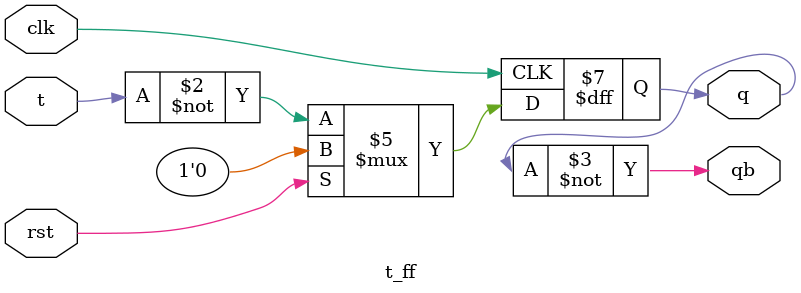
<source format=v>
module sr_using_t(s,r,clk,rst,q,qb);
  	input s,r,clk,rst;
  	output q,qb;
  
  	wire w1,w2,w3;
  
  	and a1(w1,s,qb);
  	and a2(w2,r,q);
  	or o1(w3,w1,w2);
  	
  	t_ff t1(w2,clk,rst,q,qb);
  
endmodule

module t_ff(t,clk,rst,q,qb);
  	input t,clk,rst;
  	output reg q;
  	output qb;
  
  	always@(posedge clk)
    	begin
     		if(rst)
        		q <= 1'b0;
      		else
        		q <= ~t;
    	end
  	assign qb = ~q;
endmodule
</source>
